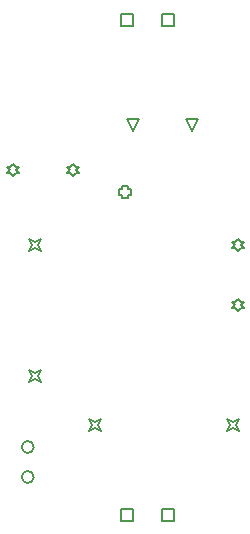
<source format=gbr>
G04*
G04 #@! TF.GenerationSoftware,Altium Limited,Altium Designer,22.4.2 (48)*
G04*
G04 Layer_Color=2752767*
%FSLAX44Y44*%
%MOMM*%
G71*
G04*
G04 #@! TF.SameCoordinates,9C8BD881-1EF7-4F66-BDA7-44B266CCAB19*
G04*
G04*
G04 #@! TF.FilePolarity,Positive*
G04*
G01*
G75*
%ADD12C,0.1270*%
%ADD38C,0.1693*%
D12*
X418820Y718820D02*
Y728980D01*
X428980D01*
Y718820D01*
X418820D01*
X383820D02*
Y728980D01*
X393980D01*
Y718820D01*
X383820D01*
Y299720D02*
Y309880D01*
X393980D01*
Y299720D01*
X383820D01*
X418820D02*
Y309880D01*
X428980D01*
Y299720D01*
X418820D01*
X394100Y629920D02*
X389020Y640080D01*
X399180D01*
X394100Y629920D01*
X444100D02*
X439020Y640080D01*
X449180D01*
X444100Y629920D01*
X342900Y591820D02*
X345440Y594360D01*
X347980D01*
X345440Y596900D01*
X347980Y599440D01*
X345440D01*
X342900Y601980D01*
X340360Y599440D01*
X337820D01*
X340360Y596900D01*
X337820Y594360D01*
X340360D01*
X342900Y591820D01*
X292100D02*
X294640Y594360D01*
X297180D01*
X294640Y596900D01*
X297180Y599440D01*
X294640D01*
X292100Y601980D01*
X289560Y599440D01*
X287020D01*
X289560Y596900D01*
X287020Y594360D01*
X289560D01*
X292100Y591820D01*
X482600Y477520D02*
X485140Y480060D01*
X487680D01*
X485140Y482600D01*
X487680Y485140D01*
X485140D01*
X482600Y487680D01*
X480060Y485140D01*
X477520D01*
X480060Y482600D01*
X477520Y480060D01*
X480060D01*
X482600Y477520D01*
Y528320D02*
X485140Y530860D01*
X487680D01*
X485140Y533400D01*
X487680Y535940D01*
X485140D01*
X482600Y538480D01*
X480060Y535940D01*
X477520D01*
X480060Y533400D01*
X477520Y530860D01*
X480060D01*
X482600Y528320D01*
X306070Y417068D02*
X308610Y422148D01*
X306070Y427228D01*
X311150Y424688D01*
X316230Y427228D01*
X313690Y422148D01*
X316230Y417068D01*
X311150Y419608D01*
X306070Y417068D01*
Y528320D02*
X308610Y533400D01*
X306070Y538480D01*
X311150Y535940D01*
X316230Y538480D01*
X313690Y533400D01*
X316230Y528320D01*
X311150Y530860D01*
X306070Y528320D01*
X473710Y375920D02*
X476250Y381000D01*
X473710Y386080D01*
X478790Y383540D01*
X483870Y386080D01*
X481330Y381000D01*
X483870Y375920D01*
X478790Y378460D01*
X473710Y375920D01*
X356870D02*
X359410Y381000D01*
X356870Y386080D01*
X361950Y383540D01*
X367030Y386080D01*
X364490Y381000D01*
X367030Y375920D01*
X361950Y378460D01*
X356870Y375920D01*
X384810Y575310D02*
Y572770D01*
X389890D01*
Y575310D01*
X392430D01*
Y580390D01*
X389890D01*
Y582930D01*
X384810D01*
Y580390D01*
X382270D01*
Y575310D01*
X384810D01*
D38*
X309880Y336550D02*
G03*
X309880Y336550I-5080J0D01*
G01*
Y361950D02*
G03*
X309880Y361950I-5080J0D01*
G01*
M02*

</source>
